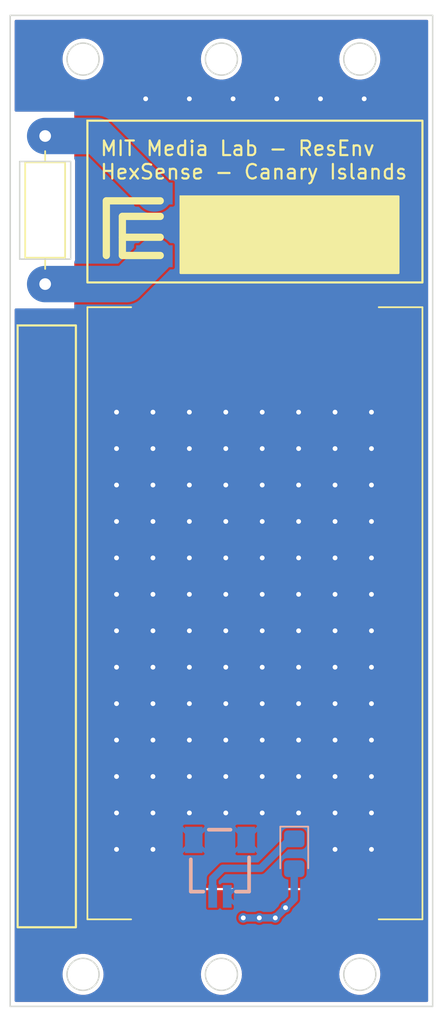
<source format=kicad_pcb>
(kicad_pcb (version 20221018) (generator pcbnew)
  (layers (0 "F.Cu" signal) (31 "B.Cu" signal) (34 "B.Paste" user) (35 "F.Paste" user) (36 "B.SilkS" user "B.Silkscreen") (37 "F.SilkS" user "F.Silkscreen") (38 "B.Mask" user) (39 "F.Mask" user) (44 "Edge.Cuts" user))
  (net 0 "")
  (net 1 "GND")
  (net 2 "/SC")
  (net 3 "Net-(D1-A)")
  (net 4 "/BR+")
  (net 5 "/BR-")
  (footprint "Mylib:KXOB201K04F-TR" (layer "F.Cu") (at 186.72 116.018022 180)
    (fp_text reference "SC2" hide)
    (fp_text value "Solar_Cell")
    (fp_line (start -11.5 -11.5) (end -11.5 30.5) (stroke (width 0.12)) (layer "F.SilkS"))
    (fp_line (start -11.5 -11.5) (end -8.5 -11.5) (stroke (width 0.12)) (layer "F.SilkS"))
    (fp_line (start -11.5 30.5) (end -8.5 30.5) (stroke (width 0.12)) (layer "F.SilkS"))
    (fp_line (start 8.5 -11.5) (end 11.5 -11.5) (stroke (width 0.12)) (layer "F.SilkS"))
    (fp_line (start 11.5 -11.5) (end 11.5 30.5) (stroke (width 0.12)) (layer "F.SilkS"))
    (fp_line (start 11.5 30.5) (end 8.5 30.5) (stroke (width 0.12)) (layer "F.SilkS"))
    (pad "1" smd rect (at 0 -11 180) (size 14 3) (layers "F.Cu" "F.Paste" "F.Mask") (net 3 "Net-(D1-A)"))
    (pad "2" smd rect (at 0 30 180) (size 14 3) (layers "F.Cu" "F.Paste" "F.Mask") (net 1 "GND"))
  )
  (footprint "Resistor_THT:R_Axial_DIN0207_L6.3mm_D2.5mm_P10.16mm_Horizontal" (layer "F.Cu") (at 172.32 83.93 90)
    (fp_text reference "R6" hide)
    (fp_text value "5")
    (fp_line (start 1.04 0) (end 1.81 0) (stroke (width 0.12)) (layer "F.SilkS"))
    (fp_line (start 1.81 -1.37) (end 1.81 1.37) (stroke (width 0.12)) (layer "F.SilkS"))
    (fp_line (start 1.81 1.37) (end 8.35 1.37) (stroke (width 0.12)) (layer "F.SilkS"))
    (fp_line (start 8.35 -1.37) (end 1.81 -1.37) (stroke (width 0.12)) (layer "F.SilkS"))
    (fp_line (start 8.35 1.37) (end 8.35 -1.37) (stroke (width 0.12)) (layer "F.SilkS"))
    (fp_line (start 9.12 0) (end 8.35 0) (stroke (width 0.12)) (layer "F.SilkS"))
    (pad "1" thru_hole circle (at 0 0 90) (size 1.6 1.6) (drill 0.8) (layers "*.Cu" "*.Mask") (net 4 "/BR+"))
    (pad "2" thru_hole oval (at 10.16 0 90) (size 1.6 1.6) (drill 0.8) (layers "*.Cu" "*.Mask") (net 5 "/BR-"))
  )
  (footprint "SamacSys_Parts:SM02B-SRSS-TB" (layer "B.Cu") (at 182.32 121.368022)
    (fp_text reference "J3" hide)
    (fp_text value "SM02B-SRSS-TB_LFSN_" hide)
    (fp_line (start 0 4.25) (end 0 2.037) (stroke (width 0.254)) (layer "B.SilkS"))
    (fp_line (start 0 4.25) (end 0.855 4.25) (stroke (width 0.254)) (layer "B.SilkS"))
    (fp_line (start 1.233 0) (end 2.722 0) (stroke (width 0.254)) (layer "B.SilkS"))
    (fp_line (start 4 4.25) (end 3.1 4.25) (stroke (width 0.254)) (layer "B.SilkS"))
    (fp_line (start 4 4.25) (end 4 1.903) (stroke (width 0.254)) (layer "B.SilkS"))
    (pad "1" smd rect (at 1.5 4.575) (size 0.6 1.55) (layers "B.Cu" "B.Paste" "B.Mask") (net 2 "/SC"))
    (pad "2" smd rect (at 2.5 4.575) (size 0.6 1.55) (layers "B.Cu" "B.Paste" "B.Mask") (net 1 "GND"))
    (pad "3" smd rect (at 0.2 0.7) (size 1.2 1.8) (layers "B.Cu" "B.Paste" "B.Mask") (net 1 "GND"))
    (pad "4" smd rect (at 3.8 0.7) (size 1.2 1.8) (layers "B.Cu" "B.Paste" "B.Mask") (net 1 "GND"))
  )
  (footprint "Mylib:1_pin_SMD_1mmx1mm" (layer "B.Cu") (at 179.82 75.618022 180)
    (fp_text reference "J2" hide)
    (fp_text value "pin")
    (pad "1" smd rect (at 0 -2.1 180) (size 2.5 1.5) (layers "B.Cu" "B.Paste" "B.Mask") (net 5 "/BR-"))
  )
  (footprint "Diode_SMD:D_0805_2012Metric_Pad1.15x1.40mm_HandSolder" (layer "B.Cu") (at 189.42 123.018022 -90)
    (fp_text reference "D1" hide)
    (fp_text value "D_Schottky")
    (fp_line (start -1.86 -0.96) (end 1 -0.96) (stroke (width 0.12)) (layer "B.SilkS"))
    (fp_line (start -1.86 0.96) (end -1.86 -0.96) (stroke (width 0.12)) (layer "B.SilkS"))
    (fp_line (start 1 0.96) (end -1.86 0.96) (stroke (width 0.12)) (layer "B.SilkS"))
    (pad "1" smd roundrect (at -1.025 0 270) (size 1.15 1.4) (layers "B.Cu" "B.Paste" "B.Mask") (roundrect_rratio 0.2173913043) (net 2 "/SC"))
    (pad "2" smd roundrect (at 1.025 0 270) (size 1.15 1.4) (layers "B.Cu" "B.Paste" "B.Mask") (roundrect_rratio 0.2173913043) (net 3 "Net-(D1-A)"))
  )
  (footprint "Mylib:1_pin_SMD_1mmx1mm" (layer "B.Cu") (at 179.82 79.918022 180)
    (fp_text reference "J1" hide)
    (fp_text value "pin")
    (pad "1" smd rect (at 0 -2.1 180) (size 2.5 1.5) (layers "B.Cu" "B.Paste" "B.Mask") (net 4 "/BR+"))
  )
  (gr_rect (start 175.22 72.718022) (end 198.22 83.818022) (stroke (width 0.15)) (fill none) (layer "F.SilkS"))
  (gr_line (start 177.62 80.718022) (end 180.22 80.718022) (stroke (width 0.5)) (layer "F.SilkS"))
  (gr_line (start 176.52 78.218022) (end 180.22 78.218022) (stroke (width 0.5)) (layer "F.SilkS"))
  (gr_line (start 177.62 81.968022) (end 177.62 79.28469) (stroke (width 0.5)) (layer "F.SilkS"))
  (gr_line (start 177.62 81.968022) (end 180.22 81.968022) (stroke (width 0.5)) (layer "F.SilkS"))
  (gr_line (start 176.52 78.218022) (end 176.52 81.968022) (stroke (width 0.5)) (layer "F.SilkS"))
  (gr_rect (start 170.43 86.768022) (end 174.43 128.062022) (stroke (width 0.15)) (fill none) (layer "F.SilkS"))
  (gr_rect (start 181.62 77.918022) (end 196.57 83.168022) (stroke (width 0.15)) (fill solid) (layer "F.SilkS"))
  (gr_line (start 177.62 79.28469) (end 180.22 79.28469) (stroke (width 0.5)) (layer "F.SilkS"))
  (gr_line (start 169.92 133.493022) (end 198.92 133.493022) (stroke (width 0.1)) (layer "Edge.Cuts"))
  (gr_circle (center 184.42 131.293022) (end 183.32 131.293022) (stroke (width 0.1)) (fill none) (layer "Edge.Cuts"))
  (gr_line (start 198.92 133.493022) (end 198.92 65.493022) (stroke (width 0.1)) (layer "Edge.Cuts"))
  (gr_circle (center 174.92 131.293022) (end 173.82 131.293022) (stroke (width 0.1)) (fill none) (layer "Edge.Cuts"))
  (gr_circle (center 193.92 131.293022) (end 192.82 131.293022) (stroke (width 0.1)) (fill none) (layer "Edge.Cuts"))
  (gr_circle (center 193.92 68.493022) (end 192.82 68.493022) (stroke (width 0.1)) (fill none) (layer "Edge.Cuts"))
  (gr_circle (center 184.42 68.493022) (end 183.32 68.493022) (stroke (width 0.1)) (fill none) (layer "Edge.Cuts"))
  (gr_line (start 198.92 65.493022) (end 169.92 65.493022) (stroke (width 0.1)) (layer "Edge.Cuts"))
  (gr_circle (center 174.92 68.493022) (end 173.82 68.493022) (stroke (width 0.1)) (fill none) (layer "Edge.Cuts"))
  (gr_line (start 169.92 65.493022) (end 169.92 133.493022) (stroke (width 0.1)) (layer "Edge.Cuts"))
  (gr_rect (start 170.57 75.518022) (end 174.07 82.218022) (stroke (width 0.1)) (fill none) (layer "Edge.Cuts"))
  (gr_text "BURNING RESISTOR - HOT !!!" (at 171.72 88.218022 270) (layer "F.Cu") (effects (font (size 1.2 1.2) (thickness 0.2) bold) (justify left bottom)))
  (gr_text "MIT Media Lab - ResEnv\nHexSense - Canary Islands" (at 176.02 76.818022) (layer "F.SilkS") (effects (font (size 1 1)) (justify left bottom)))
  (via (at 184.72 120.218022) (size 0.6604) (drill 0.3302) (layers "F.Cu" "B.Cu") (net 1))
  (via (at 179.72 95.218022) (size 0.6604) (drill 0.3302) (layers "F.Cu" "B.Cu") (net 1))
  (via (at 179.72 102.718022) (size 0.6604) (drill 0.3302) (layers "F.Cu" "B.Cu") (net 1))
  (via (at 184.72 107.718022) (size 0.6604) (drill 0.3302) (layers "F.Cu" "B.Cu") (net 1))
  (via (at 189.72 97.718022) (size 0.6604) (drill 0.3302) (layers "F.Cu" "B.Cu") (net 1))
  (via (at 192.22 107.718022) (size 0.6604) (drill 0.3302) (layers "F.Cu" "B.Cu") (net 1))
  (via (at 177.22 107.718022) (size 0.6604) (drill 0.3302) (layers "F.Cu" "B.Cu") (net 1))
  (via (at 179.72 100.218022) (size 0.6604) (drill 0.3302) (layers "F.Cu" "B.Cu") (net 1))
  (via (at 182.22 117.718022) (size 0.6604) (drill 0.3302) (layers "F.Cu" "B.Cu") (net 1))
  (via (at 194.72 120.218022) (size 0.6604) (drill 0.3302) (layers "F.Cu" "B.Cu") (net 1))
  (via (at 192.22 120.218022) (size 0.6604) (drill 0.3302) (layers "F.Cu" "B.Cu") (net 1))
  (via (at 179.72 110.218022) (size 0.6604) (drill 0.3302) (layers "F.Cu" "B.Cu") (net 1))
  (via (at 182.22 71.218022) (size 0.6604) (drill 0.3302) (layers "F.Cu" "B.Cu") (net 1))
  (via (at 177.22 100.218022) (size 0.6604) (drill 0.3302) (layers "F.Cu" "B.Cu") (net 1))
  (via (at 179.72 115.218022) (size 0.6604) (drill 0.3302) (layers "F.Cu" "B.Cu") (net 1))
  (via (at 187.22 115.218022) (size 0.6604) (drill 0.3302) (layers "F.Cu" "B.Cu") (net 1))
  (via (at 182.22 110.218022) (size 0.6604) (drill 0.3302) (layers "F.Cu" "B.Cu") (net 1))
  (via (at 189.72 92.718022) (size 0.6604) (drill 0.3302) (layers "F.Cu" "B.Cu") (net 1))
  (via (at 177.22 115.218022) (size 0.6604) (drill 0.3302) (layers "F.Cu" "B.Cu") (net 1))
  (via (at 179.22 71.218022) (size 0.6604) (drill 0.3302) (layers "F.Cu" "B.Cu") (net 1))
  (via (at 182.22 102.718022) (size 0.6604) (drill 0.3302) (layers "F.Cu" "B.Cu") (net 1))
  (via (at 189.72 107.718022) (size 0.6604) (drill 0.3302) (layers "F.Cu" "B.Cu") (net 1))
  (via (at 177.22 122.718022) (size 0.6604) (drill 0.3302) (layers "F.Cu" "B.Cu") (net 1))
  (via (at 182.22 120.218022) (size 0.6604) (drill 0.3302) (layers "F.Cu" "B.Cu") (net 1))
  (via (at 177.22 105.218022) (size 0.6604) (drill 0.3302) (layers "F.Cu" "B.Cu") (net 1))
  (via (at 184.72 102.718022) (size 0.6604) (drill 0.3302) (layers "F.Cu" "B.Cu") (net 1))
  (via (at 189.72 115.218022) (size 0.6604) (drill 0.3302) (layers "F.Cu" "B.Cu") (net 1))
  (via (at 192.22 115.218022) (size 0.6604) (drill 0.3302) (layers "F.Cu" "B.Cu") (net 1))
  (via (at 177.22 117.718022) (size 0.6604) (drill 0.3302) (layers "F.Cu" "B.Cu") (net 1))
  (via (at 177.22 120.218022) (size 0.6604) (drill 0.3302) (layers "F.Cu" "B.Cu") (net 1))
  (via (at 187.22 120.218022) (size 0.6604) (drill 0.3302) (layers "F.Cu" "B.Cu") (net 1))
  (via (at 194.72 112.718022) (size 0.6604) (drill 0.3302) (layers "F.Cu" "B.Cu") (net 1))
  (via (at 191.22 71.218022) (size 0.6604) (drill 0.3302) (layers "F.Cu" "B.Cu") (net 1))
  (via (at 192.22 122.718022) (size 0.6604) (drill 0.3302) (layers "F.Cu" "B.Cu") (net 1))
  (via (at 187.22 112.718022) (size 0.6604) (drill 0.3302) (layers "F.Cu" "B.Cu") (net 1))
  (via (at 189.72 117.718022) (size 0.6604) (drill 0.3302) (layers "F.Cu" "B.Cu") (net 1))
  (via (at 189.72 112.718022) (size 0.6604) (drill 0.3302) (layers "F.Cu" "B.Cu") (net 1))
  (via (at 177.22 95.218022) (size 0.6604) (drill 0.3302) (layers "F.Cu" "B.Cu") (net 1))
  (via (at 182.22 97.718022) (size 0.6604) (drill 0.3302) (layers "F.Cu" "B.Cu") (net 1))
  (via (at 194.72 107.718022) (size 0.6604) (drill 0.3302) (layers "F.Cu" "B.Cu") (net 1))
  (via (at 194.22 71.218022) (size 0.6604) (drill 0.3302) (layers "F.Cu" "B.Cu") (net 1))
  (via (at 194.72 92.718022) (size 0.6604) (drill 0.3302) (layers "F.Cu" "B.Cu") (net 1))
  (via (at 184.72 112.718022) (size 0.6604) (drill 0.3302) (layers "F.Cu" "B.Cu") (net 1))
  (via (at 192.22 100.218022) (size 0.6604) (drill 0.3302) (layers "F.Cu" "B.Cu") (net 1))
  (via (at 184.72 105.218022) (size 0.6604) (drill 0.3302) (layers "F.Cu" "B.Cu") (net 1))
  (via (at 192.22 110.218022) (size 0.6604) (drill 0.3302) (layers "F.Cu" "B.Cu") (net 1))
  (via (at 182.22 92.718022) (size 0.6604) (drill 0.3302) (layers "F.Cu" "B.Cu") (net 1))
  (via (at 179.72 112.718022) (size 0.6604) (drill 0.3302) (layers "F.Cu" "B.Cu") (net 1))
  (via (at 179.72 120.218022) (size 0.6604) (drill 0.3302) (layers "F.Cu" "B.Cu") (net 1))
  (via (at 192.22 95.218022) (size 0.6604) (drill 0.3302) (layers "F.Cu" "B.Cu") (net 1))
  (via (at 194.72 122.718022) (size 0.6604) (drill 0.3302) (layers "F.Cu" "B.Cu") (net 1))
  (via (at 189.72 105.218022) (size 0.6604) (drill 0.3302) (layers "F.Cu" "B.Cu") (net 1))
  (via (at 187.22 95.218022) (size 0.6604) (drill 0.3302) (layers "F.Cu" "B.Cu") (net 1))
  (via (at 182.22 115.218022) (size 0.6604) (drill 0.3302) (layers "F.Cu" "B.Cu") (net 1))
  (via (at 194.72 102.718022) (size 0.6604) (drill 0.3302) (layers "F.Cu" "B.Cu") (net 1))
  (via (at 187.22 92.718022) (size 0.6604) (drill 0.3302) (layers "F.Cu" "B.Cu") (net 1))
  (via (at 182.22 107.718022) (size 0.6604) (drill 0.3302) (layers "F.Cu" "B.Cu") (net 1))
  (via (at 179.72 117.718022) (size 0.6604) (drill 0.3302) (layers "F.Cu" "B.Cu") (net 1))
  (via (at 192.22 117.718022) (size 0.6604) (drill 0.3302) (layers "F.Cu" "B.Cu") (net 1))
  (via (at 187.22 97.718022) (size 0.6604) (drill 0.3302) (layers "F.Cu" "B.Cu") (net 1))
  (via (at 192.22 112.718022) (size 0.6604) (drill 0.3302) (layers "F.Cu" "B.Cu") (net 1))
  (via (at 187.22 105.218022) (size 0.6604) (drill 0.3302) (layers "F.Cu" "B.Cu") (net 1))
  (via (at 189.72 102.718022) (size 0.6604) (drill 0.3302) (layers "F.Cu" "B.Cu") (net 1))
  (via (at 192.22 97.718022) (size 0.6604) (drill 0.3302) (layers "F.Cu" "B.Cu") (net 1))
  (via (at 184.72 110.218022) (size 0.6604) (drill 0.3302) (layers "F.Cu" "B.Cu") (net 1))
  (via (at 188.22 71.218022) (size 0.6604) (drill 0.3302) (layers "F.Cu" "B.Cu") (net 1))
  (via (at 189.72 120.218022) (size 0.6604) (drill 0.3302) (layers "F.Cu" "B.Cu") (net 1))
  (via (at 179.72 92.718022) (size 0.6604) (drill 0.3302) (layers "F.Cu" "B.Cu") (net 1))
  (via (at 187.22 110.218022) (size 0.6604) (drill 0.3302) (layers "F.Cu" "B.Cu") (net 1))
  (via (at 184.72 117.718022) (size 0.6604) (drill 0.3302) (layers "F.Cu" "B.Cu") (net 1))
  (via (at 194.72 105.218022) (size 0.6604) (drill 0.3302) (layers "F.Cu" "B.Cu") (net 1))
  (via (at 189.72 100.218022) (size 0.6604) (drill 0.3302) (layers "F.Cu" "B.Cu") (net 1))
  (via (at 194.72 100.218022) (size 0.6604) (drill 0.3302) (layers "F.Cu" "B.Cu") (net 1))
  (via (at 182.22 112.718022) (size 0.6604) (drill 0.3302) (layers "F.Cu" "B.Cu") (net 1))
  (via (at 179.72 97.718022) (size 0.6604) (drill 0.3302) (layers "F.Cu" "B.Cu") (net 1))
  (via (at 177.22 97.718022) (size 0.6604) (drill 0.3302) (layers "F.Cu" "B.Cu") (net 1))
  (via (at 182.22 100.218022) (size 0.6604) (drill 0.3302) (layers "F.Cu" "B.Cu") (net 1))
  (via (at 192.22 102.718022) (size 0.6604) (drill 0.3302) (layers "F.Cu" "B.Cu") (net 1))
  (via (at 187.22 107.718022) (size 0.6604) (drill 0.3302) (layers "F.Cu" "B.Cu") (net 1))
  (via (at 177.22 112.718022) (size 0.6604) (drill 0.3302) (layers "F.Cu" "B.Cu") (net 1))
  (via (at 187.22 100.218022) (size 0.6604) (drill 0.3302) (layers "F.Cu" "B.Cu") (net 1))
  (via (at 194.72 115.218022) (size 0.6604) (drill 0.3302) (layers "F.Cu" "B.Cu") (net 1))
  (via (at 184.72 92.718022) (size 0.6604) (drill 0.3302) (layers "F.Cu" "B.Cu") (net 1))
  (via (at 177.22 102.718022) (size 0.6604) (drill 0.3302) (layers "F.Cu" "B.Cu") (net 1))
  (via (at 189.72 110.218022) (size 0.6604) (drill 0.3302) (layers "F.Cu" "B.Cu") (net 1))
  (via (at 179.72 122.718022) (size 0.6604) (drill 0.3302) (layers "F.Cu" "B.Cu") (net 1))
  (via (at 187.22 102.718022) (size 0.6604) (drill 0.3302) (layers "F.Cu" "B.Cu") (net 1))
  (via (at 184.72 95.218022) (size 0.6604) (drill 0.3302) (layers "F.Cu" "B.Cu") (net 1))
  (via (at 187.22 117.718022) (size 0.6604) (drill 0.3302) (layers "F.Cu" "B.Cu") (net 1))
  (via (at 192.22 105.218022) (size 0.6604) (drill 0.3302) (layers "F.Cu" "B.Cu") (net 1))
  (via (at 192.22 92.718022) (size 0.6604) (drill 0.3302) (layers "F.Cu" "B.Cu") (net 1))
  (via (at 179.72 105.218022) (size 0.6604) (drill 0.3302) (layers "F.Cu" "B.Cu") (net 1))
  (via (at 194.72 110.218022) (size 0.6604) (drill 0.3302) (layers "F.Cu" "B.Cu") (net 1))
  (via (at 182.22 95.218022) (size 0.6604) (drill 0.3302) (layers "F.Cu" "B.Cu") (net 1))
  (via (at 189.72 95.218022) (size 0.6604) (drill 0.3302) (layers "F.Cu" "B.Cu") (net 1))
  (via (at 177.22 92.718022) (size 0.6604) (drill 0.3302) (layers "F.Cu" "B.Cu") (net 1))
  (via (at 179.72 107.718022) (size 0.6604) (drill 0.3302) (layers "F.Cu" "B.Cu") (net 1))
  (via (at 194.72 117.718022) (size 0.6604) (drill 0.3302) (layers "F.Cu" "B.Cu") (net 1))
  (via (at 184.72 97.718022) (size 0.6604) (drill 0.3302) (layers "F.Cu" "B.Cu") (net 1))
  (via (at 177.22 110.218022) (size 0.6604) (drill 0.3302) (layers "F.Cu" "B.Cu") (net 1))
  (via (at 184.72 115.218022) (size 0.6604) (drill 0.3302) (layers "F.Cu" "B.Cu") (net 1))
  (via (at 185.22 71.218022) (size 0.6604) (drill 0.3302) (layers "F.Cu" "B.Cu") (net 1))
  (via (at 184.72 100.218022) (size 0.6604) (drill 0.3302) (layers "F.Cu" "B.Cu") (net 1))
  (via (at 182.22 105.218022) (size 0.6604) (drill 0.3302) (layers "F.Cu" "B.Cu") (net 1))
  (via (at 194.72 95.218022) (size 0.6604) (drill 0.3302) (layers "F.Cu" "B.Cu") (net 1))
  (via (at 194.72 97.718022) (size 0.6604) (drill 0.3302) (layers "F.Cu" "B.Cu") (net 1))
  (segment (start 189.42 121.993022) (end 189.145 121.993022) (width 0.508) (layer "B.Cu") (net 2))
  (segment (start 184.52 124.018022) (end 183.82 124.718022) (width 0.508) (layer "B.Cu") (net 2))
  (segment (start 187.12 124.018022) (end 184.52 124.018022) (width 0.508) (layer "B.Cu") (net 2))
  (segment (start 183.82 125.943022) (end 183.82 124.718022) (width 0.508) (layer "B.Cu") (net 2))
  (segment (start 189.145 121.993022) (end 187.12 124.018022) (width 0.508) (layer "B.Cu") (net 2))
  (via (at 188.82 126.718022) (size 0.6604) (drill 0.3302) (layers "F.Cu" "B.Cu") (net 3))
  (via (at 188.12 127.418022) (size 0.6604) (drill 0.3302) (layers "F.Cu" "B.Cu") (net 3))
  (via (at 187.02 127.418022) (size 0.6604) (drill 0.3302) (layers "F.Cu" "B.Cu") (net 3))
  (via (at 185.92 127.418022) (size 0.6604) (drill 0.3302) (layers "F.Cu" "B.Cu") (net 3))
  (segment (start 188.82 126.718022) (end 188.12 127.418022) (width 0.508) (layer "B.Cu") (net 3))
  (segment (start 189.42 124.043022) (end 189.42 126.118022) (width 0.508) (layer "B.Cu") (net 3))
  (segment (start 187.02 127.418022) (end 188.12 127.418022) (width 0.508) (layer "B.Cu") (net 3))
  (segment (start 189.42 126.118022) (end 188.82 126.718022) (width 0.508) (layer "B.Cu") (net 3))
  (segment (start 185.92 127.418022) (end 187.02 127.418022) (width 0.508) (layer "B.Cu") (net 3))
  (segment (start 172.32 83.93) (end 177.908022 83.93) (width 2.5) (layer "B.Cu") (net 4))
  (segment (start 177.908022 83.93) (end 179.82 82.018022) (width 2.5) (layer "B.Cu") (net 4))
  (segment (start 175.871978 73.77) (end 179.82 77.718022) (width 2.5) (layer "B.Cu") (net 5))
  (segment (start 172.32 73.77) (end 175.871978 73.77) (width 2.5) (layer "B.Cu") (net 5))
  (zone (net 0) (net_name "") (layers "F&B.Cu") (connect_pads yes (clearance 0)) (min_thickness 0.1778)
    (keepout (tracks allowed) (vias allowed) (pads allowed) (copperpour not_allowed) (footprints allowed))
    (fill (thermal_gap 0.1778) (thermal_bridge_width 0.254))
    (polygon (pts (xy 170.32 72.1) (xy 174.32 72.1) (xy 174.32 85.6) (xy 170.32 85.6)))
  )
  (zone (net 1) (net_name "GND") (layers "F&B.Cu") (connect_pads (clearance 0.1524)) (min_thickness 0.1651) (fill yes (thermal_gap 0.1524) (thermal_bridge_width 0.254))
    (polygon (pts (xy 169.22 64.718022) (xy 199.72 64.718022) (xy 199.72 134.718022) (xy 169.22 134.718022)))
  )
)
</source>
